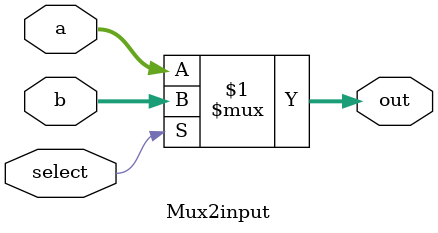
<source format=sv>
module Mux2input (
    input logic [31:0] a,
    input logic [31:0] b,
    input logic select,
    output logic [31:0] out
);

  assign out = (select) ? b : a;

endmodule

</source>
